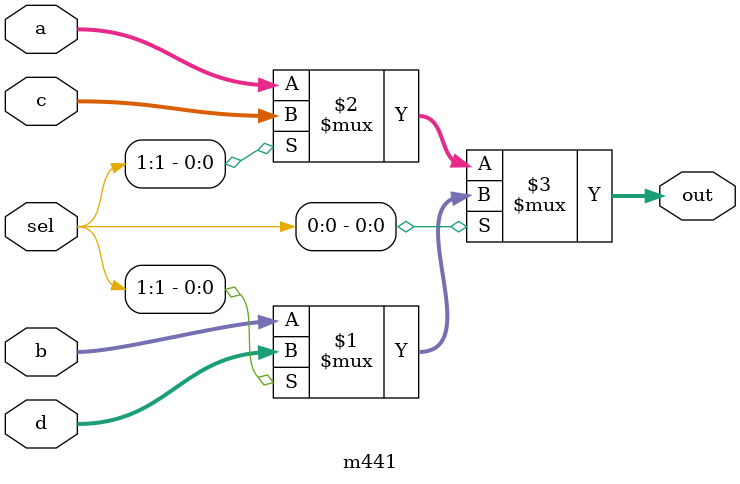
<source format=v>
module reg_dest_multi(rt,rd,regDst,desti);       //desti is for the output as the destination register

input [4:0]rt,rd;
input [1:0]regDst;

output [4:0] desti;

m441 multi2(rt,rd,5'd31,5'dz,regDst,desti);

endmodule

module m441 ( input [4:0]a, 
input [4:0]b, 
input [4:0]c, 
input [4:0]d, 
input [1:0]sel,
output [4:0]out); 

 assign out = sel[0] ? (sel[1] ? d : b) : (sel[1] ? c : a); 

endmodule
</source>
